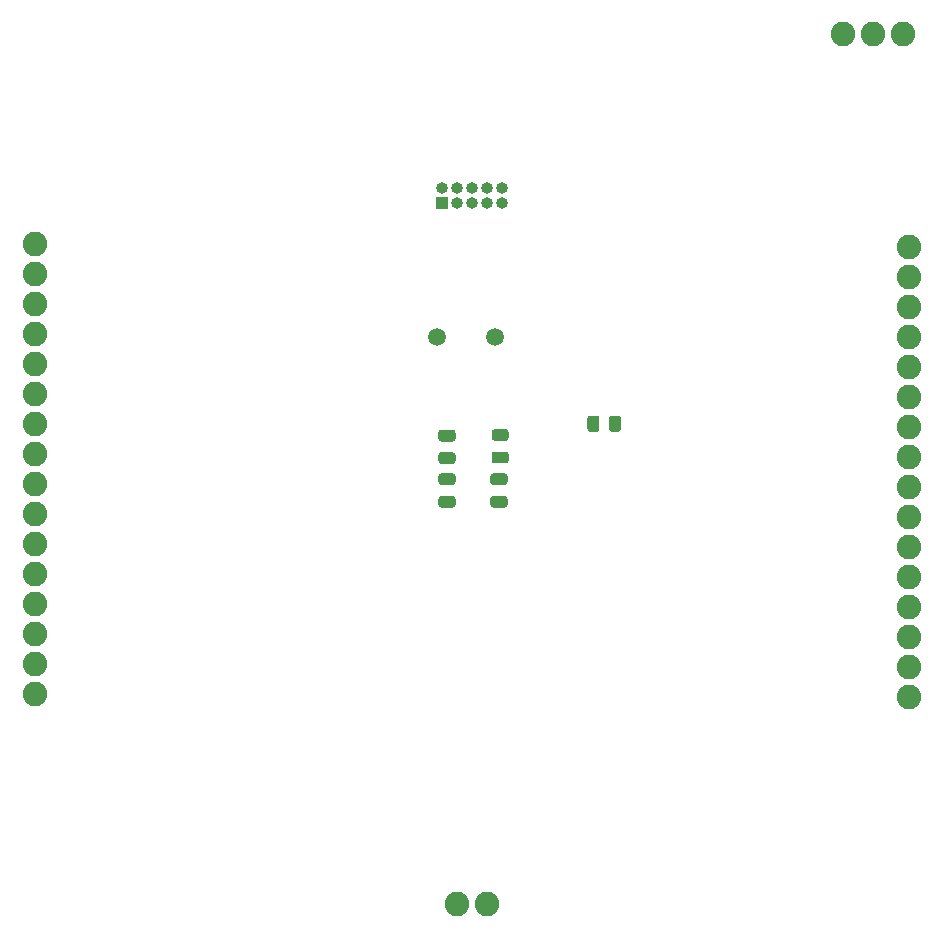
<source format=gbr>
%TF.GenerationSoftware,KiCad,Pcbnew,(5.1.9)-1*%
%TF.CreationDate,2021-02-25T22:56:50-07:00*%
%TF.ProjectId,Avionics_Computer,4176696f-6e69-4637-935f-436f6d707574,rev?*%
%TF.SameCoordinates,Original*%
%TF.FileFunction,Soldermask,Bot*%
%TF.FilePolarity,Negative*%
%FSLAX46Y46*%
G04 Gerber Fmt 4.6, Leading zero omitted, Abs format (unit mm)*
G04 Created by KiCad (PCBNEW (5.1.9)-1) date 2021-02-25 22:56:50*
%MOMM*%
%LPD*%
G01*
G04 APERTURE LIST*
%ADD10C,1.500000*%
%ADD11C,2.082800*%
%ADD12O,1.000000X1.000000*%
%ADD13R,1.000000X1.000000*%
G04 APERTURE END LIST*
D10*
%TO.C,Y1*%
X142073000Y-90689000D03*
X146973000Y-90689000D03*
%TD*%
%TO.C,R1*%
G36*
G01*
X156612500Y-98450001D02*
X156612500Y-97549999D01*
G75*
G02*
X156862499Y-97300000I249999J0D01*
G01*
X157387501Y-97300000D01*
G75*
G02*
X157637500Y-97549999I0J-249999D01*
G01*
X157637500Y-98450001D01*
G75*
G02*
X157387501Y-98700000I-249999J0D01*
G01*
X156862499Y-98700000D01*
G75*
G02*
X156612500Y-98450001I0J249999D01*
G01*
G37*
G36*
G01*
X154787500Y-98450001D02*
X154787500Y-97549999D01*
G75*
G02*
X155037499Y-97300000I249999J0D01*
G01*
X155562501Y-97300000D01*
G75*
G02*
X155812500Y-97549999I0J-249999D01*
G01*
X155812500Y-98450001D01*
G75*
G02*
X155562501Y-98700000I-249999J0D01*
G01*
X155037499Y-98700000D01*
G75*
G02*
X154787500Y-98450001I0J249999D01*
G01*
G37*
%TD*%
D11*
%TO.C,J5*%
X143722000Y-138685000D03*
X146262000Y-138685000D03*
%TD*%
%TO.C,J4*%
X181540000Y-65000000D03*
X179000000Y-65000000D03*
X176460000Y-65000000D03*
%TD*%
%TO.C,J3*%
X182000000Y-83060000D03*
X182000000Y-85600000D03*
X182000000Y-88140000D03*
X182000000Y-90680000D03*
X182000000Y-93220000D03*
X182000000Y-95760000D03*
X182000000Y-98300000D03*
X182000000Y-100840000D03*
X182000000Y-103380000D03*
X182000000Y-105920000D03*
X182000000Y-108460000D03*
X182000000Y-111000000D03*
X182000000Y-113540000D03*
X182000000Y-116080000D03*
X182000000Y-118620000D03*
X182000000Y-121160000D03*
%TD*%
%TO.C,J2*%
X108000000Y-120840000D03*
X108000000Y-118300000D03*
X108000000Y-115760000D03*
X108000000Y-113220000D03*
X108000000Y-110680000D03*
X108000000Y-108140000D03*
X108000000Y-105600000D03*
X108000000Y-103060000D03*
X108000000Y-100520000D03*
X108000000Y-97980000D03*
X108000000Y-95440000D03*
X108000000Y-92900000D03*
X108000000Y-90360000D03*
X108000000Y-87820000D03*
X108000000Y-85280000D03*
X108000000Y-82740000D03*
%TD*%
D12*
%TO.C,J1*%
X147540000Y-78000000D03*
X147540000Y-79270000D03*
X146270000Y-78000000D03*
X146270000Y-79270000D03*
X145000000Y-78000000D03*
X145000000Y-79270000D03*
X143730000Y-78000000D03*
X143730000Y-79270000D03*
X142460000Y-78000000D03*
D13*
X142460000Y-79270000D03*
%TD*%
%TO.C,C9*%
G36*
G01*
X143375000Y-103200000D02*
X142425000Y-103200000D01*
G75*
G02*
X142175000Y-102950000I0J250000D01*
G01*
X142175000Y-102450000D01*
G75*
G02*
X142425000Y-102200000I250000J0D01*
G01*
X143375000Y-102200000D01*
G75*
G02*
X143625000Y-102450000I0J-250000D01*
G01*
X143625000Y-102950000D01*
G75*
G02*
X143375000Y-103200000I-250000J0D01*
G01*
G37*
G36*
G01*
X143375000Y-105100000D02*
X142425000Y-105100000D01*
G75*
G02*
X142175000Y-104850000I0J250000D01*
G01*
X142175000Y-104350000D01*
G75*
G02*
X142425000Y-104100000I250000J0D01*
G01*
X143375000Y-104100000D01*
G75*
G02*
X143625000Y-104350000I0J-250000D01*
G01*
X143625000Y-104850000D01*
G75*
G02*
X143375000Y-105100000I-250000J0D01*
G01*
G37*
%TD*%
%TO.C,C8*%
G36*
G01*
X146925000Y-100350000D02*
X147875000Y-100350000D01*
G75*
G02*
X148125000Y-100600000I0J-250000D01*
G01*
X148125000Y-101100000D01*
G75*
G02*
X147875000Y-101350000I-250000J0D01*
G01*
X146925000Y-101350000D01*
G75*
G02*
X146675000Y-101100000I0J250000D01*
G01*
X146675000Y-100600000D01*
G75*
G02*
X146925000Y-100350000I250000J0D01*
G01*
G37*
G36*
G01*
X146925000Y-98450000D02*
X147875000Y-98450000D01*
G75*
G02*
X148125000Y-98700000I0J-250000D01*
G01*
X148125000Y-99200000D01*
G75*
G02*
X147875000Y-99450000I-250000J0D01*
G01*
X146925000Y-99450000D01*
G75*
G02*
X146675000Y-99200000I0J250000D01*
G01*
X146675000Y-98700000D01*
G75*
G02*
X146925000Y-98450000I250000J0D01*
G01*
G37*
%TD*%
%TO.C,C7*%
G36*
G01*
X147775000Y-103200000D02*
X146825000Y-103200000D01*
G75*
G02*
X146575000Y-102950000I0J250000D01*
G01*
X146575000Y-102450000D01*
G75*
G02*
X146825000Y-102200000I250000J0D01*
G01*
X147775000Y-102200000D01*
G75*
G02*
X148025000Y-102450000I0J-250000D01*
G01*
X148025000Y-102950000D01*
G75*
G02*
X147775000Y-103200000I-250000J0D01*
G01*
G37*
G36*
G01*
X147775000Y-105100000D02*
X146825000Y-105100000D01*
G75*
G02*
X146575000Y-104850000I0J250000D01*
G01*
X146575000Y-104350000D01*
G75*
G02*
X146825000Y-104100000I250000J0D01*
G01*
X147775000Y-104100000D01*
G75*
G02*
X148025000Y-104350000I0J-250000D01*
G01*
X148025000Y-104850000D01*
G75*
G02*
X147775000Y-105100000I-250000J0D01*
G01*
G37*
%TD*%
%TO.C,C6*%
G36*
G01*
X142425000Y-100400000D02*
X143375000Y-100400000D01*
G75*
G02*
X143625000Y-100650000I0J-250000D01*
G01*
X143625000Y-101150000D01*
G75*
G02*
X143375000Y-101400000I-250000J0D01*
G01*
X142425000Y-101400000D01*
G75*
G02*
X142175000Y-101150000I0J250000D01*
G01*
X142175000Y-100650000D01*
G75*
G02*
X142425000Y-100400000I250000J0D01*
G01*
G37*
G36*
G01*
X142425000Y-98500000D02*
X143375000Y-98500000D01*
G75*
G02*
X143625000Y-98750000I0J-250000D01*
G01*
X143625000Y-99250000D01*
G75*
G02*
X143375000Y-99500000I-250000J0D01*
G01*
X142425000Y-99500000D01*
G75*
G02*
X142175000Y-99250000I0J250000D01*
G01*
X142175000Y-98750000D01*
G75*
G02*
X142425000Y-98500000I250000J0D01*
G01*
G37*
%TD*%
M02*

</source>
